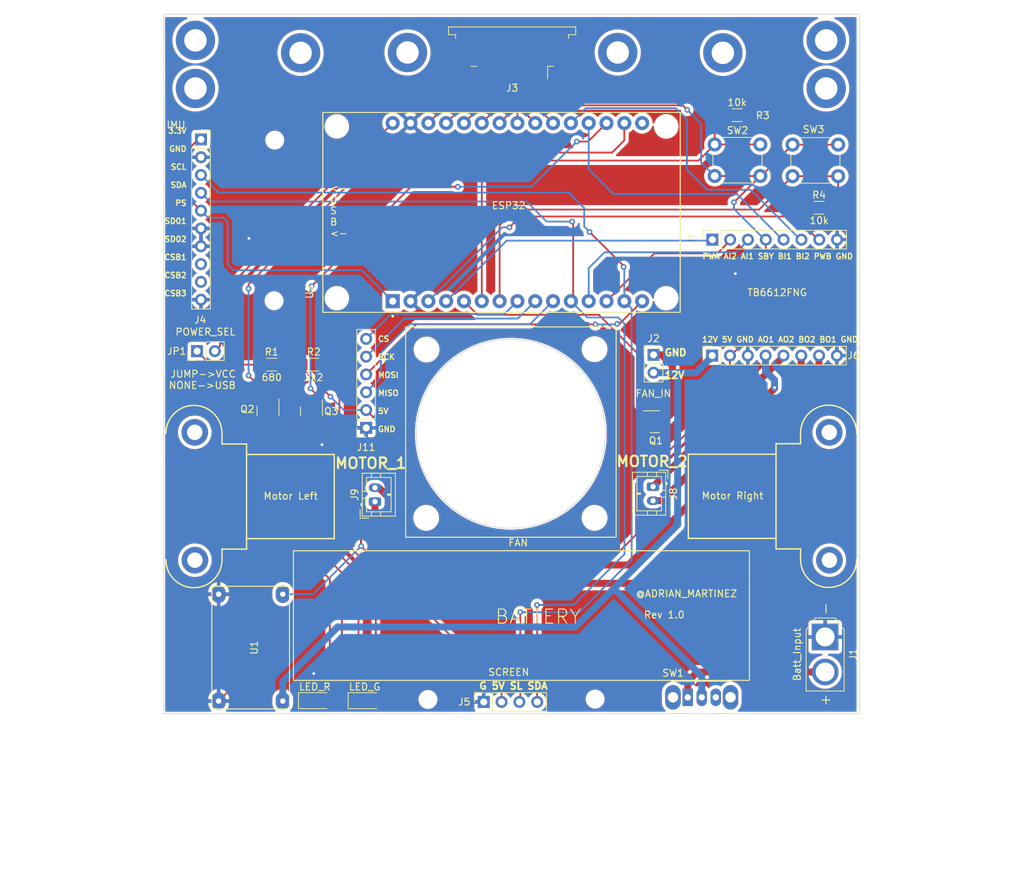
<source format=kicad_pcb>
(kicad_pcb (version 20221018) (generator pcbnew)
  (layers (0 "F.Cu" signal) (31 "B.Cu" signal) (34 "B.Paste" user) (35 "F.Paste" user) (36 "B.SilkS" user "B.Silkscreen") (37 "F.SilkS" user "F.Silkscreen") (38 "B.Mask" user) (39 "F.Mask" user) (44 "Edge.Cuts" user))
  (net 0 "")
  (net 1 "Net-(D1-K)")
  (net 2 "Net-(D1-A)")
  (net 3 "Net-(D2-K)")
  (net 4 "Net-(D2-A)")
  (net 5 "GND")
  (net 6 "Net-(J1-Pin_2)")
  (net 7 "Net-(J2-Pin_1)")
  (net 8 "+12V")
  (net 9 "SENSOR_1")
  (net 10 "SENSOR_2")
  (net 11 "SENSOR_3")
  (net 12 "SENSOR_4")
  (net 13 "SENSOR_5")
  (net 14 "SENSOR_6")
  (net 15 "+3.3V")
  (net 16 "I2C_SCL")
  (net 17 "I2C_SDA")
  (net 20 "Net-(J6-P4)")
  (net 21 "Net-(J6-P5)")
  (net 22 "Net-(J6-P6)")
  (net 23 "Net-(J6-P7)")
  (net 24 "MOTOR_1_PWM")
  (net 25 "MOTOR_1_DIR_2")
  (net 26 "MOTOR_1_DIR_1")
  (net 27 "MOTOR_2_DIR_1")
  (net 28 "MOTOR_2_DIR_2")
  (net 29 "MOTOR_2_PWM")
  (net 30 "SPI_MISO")
  (net 31 "SPI_MOSI")
  (net 32 "SPI_SCK")
  (net 33 "SPI_CS")
  (net 34 "Net-(JP1-B)")
  (net 35 "FAN")
  (net 36 "LED_R")
  (net 37 "LED_G")
  (net 38 "BUTTON_1")
  (net 40 "SENSOR_7")
  (net 41 "SENSOR_8")
  (net 42 "+5V")
  (net 43 "BUTTON_2")
  (footprint "MountingHole:MountingHole_2.2mm_M2_DIN965_Pad" (layer "F.Cu") (at 99.2378 120.1166)
    (fp_text reference "REF**")
    (fp_text value "M2")
  )
  (footprint "Connector_PinSocket_2.54mm:PinSocket_1x10_P2.54mm_Vertical" (layer "F.Cu") (at 100.101 60.101)
    (fp_text reference "J4")
    (fp_text value "IMU")
  )
  (footprint "Package_TO_SOT_SMD:SOT-23" (layer "F.Cu") (at 115.8494 98.9099 -90)
    (fp_text reference "Q3")
    (fp_text value "IRLML2502")
  )
  (footprint "MountingHole:MountingHole_3.2mm_M3" (layer "F.Cu") (at 132.207 114.0714)
    (fp_text reference "REF**")
    (fp_text value "MountingHole_3.2mm_M3" hide)
  )
  (footprint "MountingHole:MountingHole_3.2mm_M3_DIN965_Pad" (layer "F.Cu") (at 129.54 47.7012)
    (fp_text reference "REF**")
    (fp_text value "M3")
  )
  (footprint "MountingHole:MountingHole_3.2mm_M3" (layer "F.Cu") (at 156.21 114.0714)
    (fp_text reference "REF**")
    (fp_text value "MountingHole_3.2mm_M3" hide)
  )
  (footprint "MountingHole:MountingHole_3.2mm_M3_DIN965_Pad" (layer "F.Cu") (at 189.23 45.974)
    (fp_text reference "REF**")
    (fp_text value "M3")
  )
  (footprint "Connector_PinSocket_2.54mm:PinSocket_1x06_P2.54mm_Vertical" (layer "F.Cu") (at 123.6472 101.2444 180)
    (fp_text reference "J11")
    (fp_text value "SD_con")
  )
  (footprint "Resistor_SMD:R_1206_3216Metric_Pad1.30x1.75mm_HandSolder" (layer "F.Cu") (at 116.1796 92.2274)
    (fp_text reference "R2")
    (fp_text value "2k2")
  )
  (footprint "MountingHole:MountingHole_3.2mm_M3" (layer "F.Cu") (at 156.21 90.0176)
    (fp_text reference "REF**")
    (fp_text value "MountingHole_3.2mm_M3" hide)
  )
  (footprint "MountingHole:MountingHole_2.2mm_M2_DIN965_Pad" (layer "F.Cu") (at 189.6618 101.8794)
    (fp_text reference "REF**")
    (fp_text value "M2")
  )
  (footprint "MountingHole:MountingHole_2.2mm_M2_DIN965_Pad" (layer "F.Cu") (at 99.2124 101.8794)
    (fp_text reference "REF**")
    (fp_text value "M2")
  )
  (footprint "Diode_SMD:D_1206_3216Metric_Pad1.42x1.75mm_HandSolder" (layer "F.Cu") (at 123.5456 140.1572)
    (fp_text reference "D2" hide)
    (fp_text value "LED_G")
  )
  (footprint "Package_TO_SOT_SMD:SOT-23" (layer "F.Cu") (at 164.8183 100.3706)
    (fp_text reference "Q1")
    (fp_text value "IRLML2502")
  )
  (footprint "MountingHole:MountingHole_2.2mm_M2_DIN965_Pad" (layer "F.Cu") (at 189.6872 120.1166)
    (fp_text reference "REF**")
    (fp_text value "M2")
  )
  (footprint "Button_Switch_THT:SW_CuK_OS102011MA1QN1_SPDT_Angled" (layer "F.Cu") (at 169.486 139.6746)
    (fp_text reference "SW1")
    (fp_text value "Switch")
  )
  (footprint "Resistor_SMD:R_1206_3216Metric_Pad1.30x1.75mm_HandSolder" (layer "F.Cu") (at 176.53 56.642 180)
    (fp_text reference "R3")
    (fp_text value "10k")
  )
  (footprint "MountingHole:MountingHole_2.2mm_M2_DIN965" (layer "F.Cu") (at 110.515 83.1134)
    (fp_text reference "REF**")
    (fp_text value "M2")
  )
  (footprint "Connector_JST:JST_PH_B2B-PH-K_1x02_P2.00mm_Vertical" (layer "F.Cu") (at 164.5412 109.633 -90)
    (fp_text reference "J8")
    (fp_text value "Motor_1")
  )
  (footprint "Connector_PinSocket_2.54mm:PinSocket_1x08_P2.54mm_Vertical" (layer "F.Cu") (at 172.974 90.932 90)
    (fp_text reference "J6")
    (fp_text value "TB6612FNG_A")
  )
  (footprint "ESP32-DEVKIT-V1:MODULE_ESP32_DEVKIT_V1" (layer "F.Cu") (at 142.9458 70.4732 90)
    (fp_text reference "U2")
    (fp_text value "ESP32-DEVKIT-V1")
  )
  (footprint "MountingHole:MountingHole_3.2mm_M3_DIN965_Pad" (layer "F.Cu") (at 114.3 47.752)
    (fp_text reference "REF**")
    (fp_text value "M3")
  )
  (footprint "MountingHole:MountingHole_2.2mm_M2_DIN965" (layer "F.Cu") (at 156.2862 139.9286)
    (fp_text reference "REF**")
    (fp_text value "M2")
  )
  (footprint "MountingHole:MountingHole_3.2mm_M3_DIN965_Pad" (layer "F.Cu") (at 189.23 52.832)
    (fp_text reference "REF**")
    (fp_text value "M3")
  )
  (footprint "Diode_SMD:D_1206_3216Metric_Pad1.42x1.75mm_HandSolder" (layer "F.Cu") (at 116.459 140.1572)
    (fp_text reference "D1" hide)
    (fp_text value "LED_R")
  )
  (footprint "Connector_PinHeader_2.54mm:PinHeader_1x02_P2.54mm_Vertical" (layer "F.Cu") (at 99.5426 90.297 90)
    (fp_text reference "JP1")
    (fp_text value "POWER_SEL")
  )
  (footprint "MountingHole:MountingHole_2.2mm_M2_DIN965" (layer "F.Cu") (at 132.461 139.9794)
    (fp_text reference "REF**")
    (fp_text value "M2")
  )
  (footprint "Connector_PinSocket_2.54mm:PinSocket_1x08_P2.54mm_Vertical" (layer "F.Cu") (at 172.9994 74.3966 90)
    (fp_text reference "J7")
    (fp_text value "TB6612FNG_B")
  )
  (footprint "MountingHole:MountingHole_3.2mm_M3_DIN965_Pad" (layer "F.Cu") (at 99.314 45.974)
    (fp_text reference "REF**")
    (fp_text value "M3")
  )
  (footprint "Package_TO_SOT_SMD:SOT-23" (layer "F.Cu") (at 109.662 98.8037 -90)
    (fp_text reference "Q2")
    (fp_text value "IRLML2502")
  )
  (footprint "MountingHole:MountingHole_3.2mm_M3_DIN965_Pad" (layer "F.Cu") (at 159.512 47.7012)
    (fp_text reference "REF**")
    (fp_text value "M3")
  )
  (footprint "Connector_JST:JST_PH_B2B-PH-K_1x02_P2.00mm_Vertical" (layer "F.Cu") (at 124.9006 111.7694 90)
    (fp_text reference "J9")
    (fp_text value "Motor_2")
  )
  (footprint "Connector_FFC-FPC:TE_1-84952-0_1x10-1MP_P1.0mm_Horizontal" (layer "F.Cu") (at 144.4498 48.7638 180)
    (fp_text reference "J3")
    (fp_text value "Line_Sensors")
  )
  (footprint "Connector_PinHeader_2.54mm:PinHeader_1x02_P2.54mm_Vertical" (layer "F.Cu") (at 164.6174 90.8304)
    (fp_text reference "J2")
    (fp_text value "FAN_IN")
  )
  (footprint "Resistor_SMD:R_1206_3216Metric_Pad1.30x1.75mm_HandSolder" (layer "F.Cu") (at 188.214 69.85)
    (fp_text reference "R4")
    (fp_text value "10k")
  )
  (footprint "Connector_PinSocket_2.54mm:PinSocket_1x04_P2.54mm_Vertical" (layer "F.Cu") (at 140.4112 140.335 90)
    (fp_text reference "J5")
    (fp_text value "SCREEN")
  )
  (footprint "Button_Switch_THT:SW_PUSH_6mm" (layer "F.Cu") (at 173.3308 60.8182)
    (fp_text reference "SW2")
    (fp_text value "Button 1")
  )
  (footprint "Button_Switch_THT:SW_PUSH_6mm" (layer "F.Cu") (at 190.9306 65.3436 180)
    (fp_text reference "SW3")
    (fp_text value "Button 2")
  )
  (footprint "MountingHole:MountingHole_3.2mm_M3_DIN965_Pad" (layer "F.Cu") (at 174.498 47.752)
    (fp_text reference "REF**")
    (fp_text value "M3")
  )
  (footprint "Mini360_step-down:Mini360_step-down" (layer "F.Cu") (at 107.19 132.588 90)
    (fp_text reference "U1")
    (fp_text value "Mini360")
  )
  (footprint "MountingHole:MountingHole_3.2mm_M3" (layer "F.Cu") (at 132.2578 90.0684)
    (fp_text reference "REF**")
    (fp_text value "MountingHole_3.2mm_M3" hide)
  )
  (footprint "MountingHole:MountingHole_2.2mm_M2_DIN965" (layer "F.Cu") (at 110.617 60.198)
    (fp_text reference "REF**")
    (fp_text value "M2")
  )
  (footprint "Connector_AMASS:AMASS_XT30U-M_1x02_P5.0mm_Vertical" (layer "F.Cu") (at 189.0776 131.064 -90)
    (fp_text reference "J1")
    (fp_text value "Batt_Input")
  )
  (footprint "MountingHole:MountingHole_3.2mm_M3_DIN965_Pad" (layer "F.Cu") (at 99.314 52.832)
    (fp_text reference "REF**")
    (fp_text value "M3")
  )
  (footprint "Resistor_SMD:R_1206_3216Metric_Pad1.30x1.75mm_HandSolder" (layer "F.Cu") (at 110.1852 92.2274)
    (fp_text reference "R1")
    (fp_text value "680")
  )
  (gr_line (start 169.5734 105.0064) (end 169.5734 117.0064) (stroke (width 0.2)) (layer "F.SilkS"))
  (gr_line (start 103.0976 118.5404) (end 103.0976 120.0404) (stroke (width 0.2)) (layer "F.SilkS"))
  (gr_arc (start 103.0976 120.0404) (mid 99.0976 124.0404) (end 95.0976 120.0404) (stroke (width 0.2)) (layer "F.SilkS"))
  (gr_line (start 106.5976 118.5404) (end 103.0976 118.5404) (stroke (width 0.2)) (layer "F.SilkS"))
  (gr_line (start 169.5734 117.0064) (end 182.0734 117.0064) (stroke (width 0.2)) (layer "F.SilkS"))
  (gr_line (start 182.0734 118.5064) (end 182.0734 103.5064) (stroke (width 0.2)) (layer "F.SilkS"))
  (gr_line (start 103.0976 102.0404) (end 103.0976 103.5404) (stroke (width 0.2)) (layer "F.SilkS"))
  (gr_line (start 119.0976 117.0404) (end 119.0976 105.0404) (stroke (width 0.2)) (layer "F.SilkS"))
  (gr_line (start 106.5976 117.0404) (end 119.0976 117.0404) (stroke (width 0.2)) (layer "F.SilkS"))
  (gr_line (start 182.0734 103.5064) (end 185.5734 103.5064) (stroke (width 0.2)) (layer "F.SilkS"))
  (gr_line (start 185.5734 103.5064) (end 185.5734 102.0064) (stroke (width 0.2)) (layer "F.SilkS"))
  (gr_rect (start 113.284 118.7703) (end 178.284 137.2617) (stroke (width 0.15)) (fill none) (layer "F.SilkS"))
  (gr_arc (start 185.5734 102.0064) (mid 189.5734 98.0064) (end 193.5734 102.0064) (stroke (width 0.2)) (layer "F.SilkS"))
  (gr_rect (start 129.2834 86.8426) (end 159.2834 116.8426) (stroke (width 0.15)) (fill none) (layer "F.SilkS"))
  (gr_line (start 185.5734 120.0064) (end 185.5734 118.5064) (stroke (width 0.2)) (layer "F.SilkS"))
  (gr_line (start 119.0976 105.0404) (end 106.5976 105.0404) (stroke (width 0.2)) (layer "F.SilkS"))
  (gr_line (start 185.5734 118.5064) (end 182.0734 118.5064) (stroke (width 0.2)) (layer "F.SilkS"))
  (gr_arc (start 95.0976 102.0404) (mid 99.0976 98.0404) (end 103.0976 102.0404) (stroke (width 0.2)) (layer "F.SilkS"))
  (gr_arc (start 193.5734 120.0064) (mid 189.5734 124.0064) (end 185.5734 120.0064) (stroke (width 0.2)) (layer "F.SilkS"))
  (gr_line (start 106.5976 103.5404) (end 106.5976 118.5404) (stroke (width 0.2)) (layer "F.SilkS"))
  (gr_line (start 182.0734 105.0064) (end 169.5734 105.0064) (stroke (width 0.2)) (layer "F.SilkS"))
  (gr_line (start 103.0976 103.5404) (end 106.5976 103.5404) (stroke (width 0.2)) (layer "F.SilkS"))
  (gr_rect (start 94.78 42.24) (end 194 142) (stroke (width 0.1)) (fill none) (layer "Edge.Cuts"))
  (gr_circle (center 144.274488 102.0826) (end 154.1856 92.9386) (stroke (width 0.1)) (fill none) (layer "Edge.Cuts"))
  (gr_text "3.3V\n\nGND\n\nSCL\n\nSDA\n\nPS\n\nSD01\n\nSD02\n\nCSB1\n\nCSB2\n\nCSB3" (at 98.1456 82.5246) (layer "F.SilkS") (effects (font (size 0.8 0.8) (thickness 0.175) bold) (justify right bottom)))
  (gr_text "12V 5V GND AO1 AO2 BO2 BO1 GND" (at 171.45 89.1032) (layer "F.SilkS") (effects (font (size 0.8 0.8) (thickness 0.175) bold) (justify left bottom)))
  (gr_text "JUMP->VCC\nNONE->USB" (at 105.156 95.758) (layer "F.SilkS") (effects (font (size 1 1)) (justify right bottom)))
  (gr_text "ESP32" (at 141.478 70.1294) (layer "F.SilkS") (effects (font (size 1 1)) (justify left bottom)))
  (gr_text "FAN" (at 143.8402 118.2116) (layer "F.SilkS") (effects (font (size 1 1)) (justify left bottom)))
  (gr_text "@ADRIAN_MARTINEZ" (at 162.0012 125.476) (layer "F.SilkS") (effects (font (size 1 1)) (justify left bottom)))
  (gr_text "PWA AI2 AI1 SBY BI1 BI2 PWB GND" (at 171.5008 77.2414) (layer "F.SilkS") (effects (font (size 0.8 0.8) (thickness 0.175) bold) (justify left bottom)))
  (gr_text "CS\n\nSCK\n\nMOSI\n\nMISO\n\n5V\n\nGND" (at 125.2474 101.9048) (layer "F.SilkS") (effects (font (size 0.8 0.8) (thickness 0.175) bold) (justify left bottom)))
  (gr_text "MOTOR_2" (at 159.1818 106.9086) (layer "F.SilkS") (effects (font (size 1.5 1.5) (thickness 0.3) bold) (justify left bottom)))
  (gr_text "BATTERY" (at 141.9352 129.3367) (layer "F.SilkS") (effects (font (size 2 2)) (justify left bottom)))
  (gr_text "Rev 1.0" (at 163.1696 128.4986) (layer "F.SilkS") (effects (font (size 1 1)) (justify left bottom)))
  (gr_text "G 5V SL SDA" (at 139.6492 138.6332) (layer "F.SilkS") (effects (font (size 1 1) (thickness 0.25) bold) (justify left bottom)))
  (gr_text "GND\n\n12V" (at 166.0652 94.3102) (layer "F.SilkS") (effects (font (size 1 1) (thickness 0.25) bold) (justify left bottom)))
  (gr_text "Motor Left" (at 108.9376 111.5484) (layer "F.SilkS") (effects (font (size 1 1)) (justify left bottom)))
  (gr_text "MOTOR_1" (at 119.0752 107.1626) (layer "F.SilkS") (effects (font (size 1.5 1.5) (thickness 0.3) bold) (justify left bottom)))
  (gr_text "Motor Right" (at 171.4054 111.5144) (layer "F.SilkS") (effects (font (size 1 1)) (justify left bottom)))
  (gr_text "TB6612FNG" (at 177.9016 82.5246) (layer "F.SilkS") (effects (font (size 1 1)) (justify left bottom)))
  (gr_text "<-\nU\nS\nB\n<-" (at 118.4148 74.0664) (layer "F.SilkS") (effects (font (size 1 1)) (justify left bottom)))
  (segment (start 118.4656 136.6631) (end 118.4656 122.809) (width 0.25) (layer "F.Cu") (net 1))
  (segment (start 114.9715 140.1572) (end 118.4656 136.6631) (width 0.25) (layer "F.Cu") (net 1))
  (segment (start 118.4656 122.809) (end 109.662 114.0054) (width 0.25) (layer "F.Cu") (net 1))
  (segment (start 109.662 114.0054) (end 109.662 99.7412) (width 0.25) (layer "F.Cu") (net 1))
  (segment (start 120.1928 121.92) (end 113.7666 115.4938) (width 0.25) (layer "F.Cu") (net 2))
  (segment (start 113.7666 115.4938) (end 113.7666 94.2588) (width 0.25) (layer "F.Cu") (net 2))
  (segment (start 120.1928 137.9109) (end 120.1928 121.92) (width 0.25) (layer "F.Cu") (net 2))
  (segment (start 117.9465 140.1572) (end 120.1928 137.9109) (width 0.25) (layer "F.Cu") (net 2))
  (segment (start 113.7666 94.2588) (end 111.7352 92.2274) (width 0.25) (layer "F.Cu") (net 2))
  (segment (start 122.555 139.6603) (end 122.555 122.047) (width 0.25) (layer "F.Cu") (net 3))
  (segment (start 122.555 122.047) (end 114.8994 114.3914) (width 0.25) (layer "F.Cu") (net 3))
  (segment (start 114.8994 114.3914) (end 114.8994 97.9724) (width 0.25) (layer "F.Cu") (net 3))
  (segment (start 122.0581 140.1572) (end 122.555 139.6603) (width 0.25) (layer "F.Cu") (net 3))
  (segment (start 125.0331 140.1572) (end 125.0331 121.9343) (width 0.25) (layer "F.Cu") (net 4))
  (segment (start 119.8372 116.7384) (end 119.8372 94.335) (width 0.25) (layer "F.Cu") (net 4))
  (segment (start 125.0331 121.9343) (end 119.8372 116.7384) (width 0.25) (layer "F.Cu") (net 4))
  (segment (start 119.8372 94.335) (end 117.7296 92.2274) (width 0.25) (layer "F.Cu") (net 4))
  (segment (start 106.934 74.2188) (end 106.9594 74.1934) (width 0.25) (layer "F.Cu") (net 5))
  (segment (start 106.9594 74.1934) (end 106.9848 74.1934) (width 0.25) (layer "F.Cu") (net 5))
  (segment (start 106.9848 74.1934) (end 107.0102 74.2188) (width 0.25) (layer "F.Cu") (net 5))
  (segment (start 106.5316 136.2964) (end 116.1796 136.2964) (width 0.25) (layer "F.Cu") (net 5))
  (segment (start 102.62 140.208) (end 106.5316 136.2964) (width 0.25) (layer "F.Cu") (net 5))
  (segment (start 106.9086 74.1934) (end 106.934 74.2188) (width 0.25) (layer "F.Cu") (net 5))
  (via (at 176.276 79.248) (size 0.8) (drill 0.4) (layers "F.Cu" "B.Cu") (net 5))
  (via (at 106.934 74.2188) (size 0.8) (drill 0.4) (layers "F.Cu" "B.Cu") (net 5))
  (via (at 116.1796 136.2964) (size 0.8) (drill 0.4) (layers "F.Cu" "B.Cu") (net 5))
  (via (at 117.348 103.632) (size 0.8) (drill 0.4) (layers "F.Cu" "B.Cu") (net 5))
  (segment (start 102.62 140.208) (end 102.7176 140.208) (width 0.25) (layer "B.Cu") (net 5))
  (segment (start 140.4112 139.6492) (end 140.4112 140.335) (width 0.25) (layer "B.Cu") (net 5))
  (segment (start 189.0776 136.064) (end 170.8466 136.064) (width 1) (layer "F.Cu") (net 6))
  (segment (start 169.486 137.4246) (end 169.486 139.6746) (width 1) (layer "F.Cu") (net 6))
  (segment (start 170.8466 136.064) (end 169.486 137.4246) (width 1) (layer "F.Cu") (net 6))
  (segment (start 188.929 135.9154) (end 189.0776 136.064) (width 1) (layer "B.Cu") (net 6))
  (segment (start 165.7558 100.3706) (end 165.8112 100.3152) (width 0.25) (layer "F.Cu") (net 7))
  (segment (start 167.3098 99.0346) (end 167.3098 92.3798) (width 1) (layer "F.Cu") (net 7))
  (segment (start 165.8112 100.3152) (end 166.0292 100.3152) (width 0.25) (layer "F.Cu") (net 7))
  (segment (start 166.0292 100.3152) (end 167.3098 99.0346) (width 1) (layer "F.Cu") (net 7))
  (segment (start 167.3098 92.3798) (end 165.7604 90.8304) (width 1) (layer "F.Cu") (net 7))
  (segment (start 165.7604 90.8304) (end 164.6174 90.8304) (width 1) (layer "F.Cu") (net 7))
  (segment (start 168.0464 115.068235) (end 168.0464 93.5482) (width 1) (layer "B.Cu") (net 8))
  (segment (start 168.0464 93.5482) (end 168.2242 93.3704) (width 1) (layer "B.Cu") (net 8))
  (segment (start 168.2242 93.3704) (end 170.657828 93.3704) (width 1) (layer "B.Cu") (net 8))
  (segment (start 111.76 137.4648) (end 119.5832 129.6416) (width 1) (layer "B.Cu") (net 8))
  (segment (start 170.657828 93.3704) (end 172.958914 91.069314) (width 1) (layer "B.Cu") (net 8))
  (segment (start 119.5832 129.6416) (end 153.473035 129.6416) (width 1) (layer "B.Cu") (net 8))
  (segment (start 111.76 140.208) (end 111.76 137.4648) (width 1) (layer "B.Cu") (net 8))
  (segment (start 164.6174 93.3704) (end 168.2242 93.3704) (width 1) (layer "B.Cu") (net 8))
  (segment (start 171.486 136.688) (end 158.956317 124.158317) (width 1) (layer "B.Cu") (net 8))
  (segment (start 171.486 139.6746) (end 171.486 136.688) (width 1) (layer "B.Cu") (net 8))
  (segment (start 153.473035 129.6416) (end 158.956317 124.158317) (width 1) (layer "B.Cu") (net 8))
  (segment (start 158.956317 124.158317) (end 168.0464 115.068235) (width 1) (layer "B.Cu") (net 8))
  (segment (start 146.9498 54.4322) (end 146.9498 50.5638) (width 0.25) (layer "F.Cu") (net 9))
  (segment (start 150.2908 57.7732) (end 146.9498 54.4322) (width 0.25) (layer "F.Cu") (net 9))
  (segment (start 147.7508 57.7732) (end 145.9498 55.9722) (width 0.25) (layer "F.Cu") (net 10))
  (segment (start 145.9498 55.9722) (end 145.9498 50.5638) (width 0.25) (layer "F.Cu") (net 10))
  (segment (start 145.2108 57.7732) (end 145.2108 50.8248) (width 0.25) (layer "F.Cu") (net 11))
  (segment (start 145.2108 50.8248) (end 144.9498 50.5638) (width 0.25) (layer "F.Cu") (net 11))
  (segment (start 143.9498 56.4942) (end 143.9498 50.5638) (width 0.25) (layer "F.Cu") (net 12))
  (segment (start 142.6708 57.7732) (end 143.9498 56.4942) (width 0.25) (layer "F.Cu") (net 12))
  (segment (start 140.1308 57.7732) (end 142.9498 54.9542) (width 0.25) (layer "F.Cu") (net 13))
  (segment (start 142.9498 54.9542) (end 142.9498 50.5638) (width 0.25) (layer "F.Cu") (net 13))
  (segment (start 141.9498 53.4142) (end 141.9498 50.5638) (width 0.25) (layer "F.Cu") (net 14))
  (segment (start 137.5908 57.7732) (end 141.9498 53.4142) (width 0.25) (layer "F.Cu") (net 14))
  (segment (start 100.101 60.101) (end 99.6904 60.101) (width 0.25) (layer "F.Cu") (net 15))
  (segment (start 99.6904 60.101) (end 97.5106 62.2808) (width 0.25) (layer "F.Cu") (net 15))
  (segment (start 97.5106 62.2808) (end 97.5106 67.6706) (width 0.25) (layer "F.Cu") (net 15))
  (segment (start 97.5106 67.6706) (end 100.101 70.261) (width 0.25) (layer "F.Cu") (net 15))
  (segment (start 101.1124 71.2724) (end 100.101 70.261) (width 0.25) (layer "B.Cu") (net 15))
  (segment (start 104.7496 78.7654) (end 103.9114 77.9272) (width 0.25) (layer "B.Cu") (net 15))
  (segment (start 127.4308 83.1732) (end 123.023 78.7654) (width 0.25) (layer "B.Cu") (net 15))
  (segment (start 123.023 78.7654) (end 104.7496 78.7654) (width 0.25) (layer "B.Cu") (net 15))
  (segment (start 103.9114 77.9272) (end 103.9114 71.8566) (width 0.25) (layer "B.Cu") (net 15))
  (segment (start 103.3272 71.2724) (end 101.1124 71.2724) (width 0.25) (layer "B.Cu") (net 15))
  (segment (start 103.9114 71.8566) (end 103.3272 71.2724) (width 0.25) (layer "B.Cu") (net 15))
  (segment (start 145.6182 140.208) (end 145.4912 140.335) (width 0.25) (layer "F.Cu") (net 16))
  (segment (start 145.6182 127.5334) (end 145.6182 140.208) (width 0.25) (layer "F.Cu") (net 16))
  (segment (start 155.4988 73.3044) (end 160.3502 78.1558) (width 0.25) (layer "F.Cu") (net 16))
  (segment (start 160.3502 78.1558) (end 160.3502 78.2828) (width 0.25) (layer "F.Cu") (net 16))
  (via (at 155.4988 73.3044) (size 0.8) (drill 0.4) (layers "F.Cu" "B.Cu") (net 16))
  (via (at 145.6182 127.5334) (size 0.8) (drill 0.4) (layers "F.Cu" "B.Cu") (net 16))
  (via (at 160.3502 78.2828) (size 0.8) (drill 0.4) (layers "F.Cu" "B.Cu") (net 16))
  (segment (start 152.7302 67.691) (end 102.611 67.691) (width 0.25) (layer "B.Cu") (net 16))
  (segment (start 155.4988 73.3044) (end 155.4988 73.282995) (width 0.25) (layer "B.Cu") (net 16))
  (segment (start 160.4508 78.3834) (end 160.4508 83.1732) (width 0.25) (layer "B.Cu") (net 16))
  (segment (start 152.7302 67.8942) (end 152.7302 67.691) (width 0.25) (layer "B.Cu") (net 16))
  (segment (start 155.4988 73.282995) (end 154.7368 72.520995) (width 0.25) (layer "B.Cu") (net 16))
  (segment (start 161.4932 120.0658) (end 161.4932 84.2156) (width 0.25) (layer "B.Cu") (net 16))
  (segment (start 160.3502 78.2828) (end 160.4508 78.3834) (width 0.25) (layer "B.Cu") (net 16))
  (segment (start 154.7368 72.520995) (end 154.7368 69.9008) (width 0.25) (layer "B.Cu") (net 16))
  (segment (start 154.0256 127.5334) (end 161.4932 120.0658) (width 0.25) (layer "B.Cu") (net 16))
  (segment (start 154.7368 69.9008) (end 152.7302 67.8942) (width 0.25) (layer "B.Cu") (net 16))
  (segment (start 145.6182 127.5334) (end 154.0256 127.5334) (width 0.25) (layer "B.Cu") (net 16))
  (segment (start 161.4932 84.2156) (end 160.4508 83.1732) (width 0.25) (layer "B.Cu") (net 16))
  (segment (start 102.611 67.691) (end 100.101 65.181) (width 0.25) (layer "B.Cu") (net 16))
  (segment (start 148.0312 126.5174) (end 148.0312 140.335) (width 0.25) (layer "F.Cu") (net 17))
  (segment (start 148.0058 126.492) (end 148.0312 126.5174) (width 0.25) (layer "F.Cu") (net 17))
  (segment (start 153.162 71.9715) (end 153.162 82.842) (width 0.25) (layer "F.Cu") (net 17))
  (segment (start 153.162 82.842) (end 152.8308 83.1732) (width 0.25) (layer "F.Cu") (net 17))
  (segment (start 153.0096 71.8191) (end 153.162 71.9715) (width 0.25) (layer "F.Cu") (net 17))
  (via (at 148.0058 126.492) (size 0.8) (drill 0.4) (layers "F.Cu" "B.Cu") (net 17))
  (via (at 153.0096 71.8191) (size 0.8) (drill 0.4) (layers "F.Cu" "B.Cu") (net 17))
  (segment (start 153.2382 126.492) (end 160.4772 119.253) (width 0.25) (layer "B.Cu") (net 17))
  (segment (start 149.3774 71.8191) (end 146.5193 68.961) (width 0.25) (layer "B.Cu") (net 17))
  (segment (start 146.5193 68.961) (end 101.341 68.961) (width 0.25) (layer "B.Cu") (net 17))
  (segment (start 160.4772 86.3854) (end 159.5882 85.4964) (width 0.25) (layer "B.Cu") (net 17))
  (segment (start 153.0096 71.8191) (end 149.3774 71.8191) (width 0.25) (layer "B.Cu") (net 17))
  (segment (start 159.5882 85.4964) (end 155.154 85.4964) (width 0.25) (layer "B.Cu") (net 17))
  (segment (start 101.341 68.961) (end 100.101 67.721) (width 0.25) (layer "B.Cu") (net 17))
  (segment (start 148.0058 126.492) (end 153.2382 126.492) (width 0.25) (layer "B.Cu") (net 17))
  (segment (start 160.4772 119.253) (end 160.4772 86.3854) (width 0.25) (layer "B.Cu") (net 17))
  (segment (start 155.154 85.4964) (end 152.8308 83.1732) (width 0.25) (layer "B.Cu") (net 17))
  (segment (start 165.8366 111.633) (end 181.0766 96.393) (width 1) (layer "F.Cu") (net 20))
  (segment (start 181.864 95.6056) (end 181.864 95.504) (width 1) (layer "F.Cu") (net 20))
  (segment (start 181.0766 96.393) (end 181.864 95.6056) (width 1) (layer "F.Cu") (net 20))
  (segment (start 164.5412 111.633) (end 165.8366 111.633) (width 1) (layer "F.Cu") (net 20))
  (via (at 181.864 95.504) (size 0.8) (drill 0.4) (layers "F.Cu" "B.Cu") (net 20))
  (segment (start 180.578914 93.126714) (end 180.578914 91.069314) (width 1) (layer "B.Cu") (net 20))
  (segment (start 181.864 94.4118) (end 180.578914 93.126714) (width 1) (layer "B.Cu") (net 20))
  (segment (start 181.864 95.504) (end 181.864 94.4118) (width 1) (layer "B.Cu") (net 20))
  (segment (start 164.5412 109.633) (end 164.555228 109.633) (width 0.25) (layer "F.Cu") (net 21))
  (segment (start 164.555228 109.633) (end 183.118914 91.069314) (width 1) (layer "F.Cu") (net 21))
  (segment (start 125.4412 109.7694) (end 127.0254 111.3536) (width 1) (layer "F.Cu") (net 22))
  (segment (start 127.0254 115.1128) (end 132.715 120.8024) (width 1) (layer "F.Cu") (net 22))
  (segment (start 132.715 120.8024) (end 161.036 120.8024) (width 1) (layer "F.Cu") (net 22))
  (segment (start 124.9006 109.7694) (end 125.4412 109.7694) (width 0.25) (layer "F.Cu") (net 22))
  (segment (start 185.658914 96.179486) (end 185.658914 91.069314) (width 1) (layer "F.Cu") (net 22))
  (segment (start 161.036 120.8024) (end 185.658914 96.179486) (width 1) (layer "F.Cu") (net 22))
  (segment (start 127.0254 111.3536) (end 127.0254 115.1128) (width 1) (layer "F.Cu") (net 22))
  (segment (start 124.9006 115.7566) (end 132.5626 123.4186) (width 1) (layer "F.Cu") (net 23))
  (segment (start 188.198914 97.220886) (end 188.198914 91.069314) (width 1) (layer "F.Cu") (net 23))
  (segment (start 124.9006 111.7694) (end 124.9006 115.7566) (width 1) (layer "F.Cu") (net 23))
  (segment (start 132.5626 123.4186) (end 162.0012 123.4186) (width 1) (layer "F.Cu") (net 23))
  (segment (start 162.0012 123.4186) (end 188.198914 97.220886) (width 1) (layer "F.Cu") (net 23))
  (segment (start 172.984314 74.533914) (end 143.690086 74.533914) (width 0.25) (layer "B.Cu") (net 24))
  (segment (start 143.690086 74.533914) (end 135.0508 83.1732) (width 0.25) (layer "B.Cu") (net 24))
  (segment (start 164.7316 76.3524) (end 157.9108 83.1732) (width 0.25) (layer "F.Cu") (net 25))
  (segment (start 173.705828 76.3524) (end 164.7316 76.3524) (width 0.25) (layer "F.Cu") (net 25))
  (segment (start 175.524314 74.533914) (end 173.705828 76.3524) (width 0.25) (layer "F.Cu") (net 25))
  (segment (start 178.064314 74.533914) (end 176.398228 76.2) (width 0.25) (layer "B.Cu") (net 26))
  (segment (start 157.6324 76.2) (end 155.3708 78.4616) (width 0.25) (layer "B.Cu") (net 26))
  (segment (start 176.398228 76.2) (end 157.6324 76.2) (width 0.25) (layer "B.Cu") (net 26))
  (segment (start 155.3708 78.4616) (end 155.3708 83.1732) (width 0.25) (layer "B.Cu") (net 26))
  (segment (start 155.3708 64.3372) (end 155.3708 57.7732) (width 0.25) (layer "B.Cu") (net 27))
  (segment (start 176.5046 67.8942) (end 183.144314 74.533914) (width 0.25) (layer "B.Cu") (net 27))
  (segment (start 176.5046 67.8942) (end 158.9278 67.8942) (width 0.25) (layer "B.Cu") (net 27))
  (segment (start 158.9278 67.8942) (end 155.3708 64.3372) (width 0.25) (layer "B.Cu") (net 27))
  (segment (start 169.3672 57.2516) (end 167.767 55.6514) (width 0.25) (layer "B.Cu") (net 28))
  (segment (start 172.2628 67.2846) (end 169.3672 64.389) (width 0.25) (layer "B.Cu") (net 28))
  (segment (start 154.9526 55.6514) (end 152.8308 57.7732) (width 0.25) (layer "B.Cu") (net 28))
  (segment (start 185.684314 74.533914) (end 178.435 67.2846) (width 0.25) (layer "B.Cu") (net 28))
  (segment (start 178.435 67.2846) (end 172.2628 67.2846) (width 0.25) (layer "B.Cu") (net 28))
  (segment (start 167.767 55.6514) (end 154.9526 55.6514) (width 0.25) (layer "B.Cu") (net 28))
  (segment (start 169.3672 64.389) (end 169.3672 57.2516) (width 0.25) (layer "B.Cu") (net 28))
  (segment (start 145.6182 71.0946) (end 144.0688 72.644) (width 0.25) (layer "F.Cu") (net 29))
  (segment (start 184.785 71.0946) (end 145.6182 71.0946) (width 0.25) (layer "F.Cu") (net 29))
  (segment (start 188.224314 74.533914) (end 184.785 71.0946) (width 0.25) (layer "F.Cu") (net 29))
  (via (at 144.0688 72.644) (size 0.8) (drill 0.4) (layers "F.Cu" "B.Cu") (net 29))
  (segment (start 144.0688 72.644) (end 143.04 72.644) (width 0.25) (layer "B.Cu") (net 29))
  (segment (start 143.04 72.644) (end 132.5108 83.1732) (width 0.25) (layer "B.Cu") (net 29))
  (segment (start 123.6472 96.1644) (end 125.7554 94.0562) (width 0.25) (layer "B.Cu") (net 30))
  (segment (start 125.7554 94.0562) (end 125.7554 90.5256) (width 0.25) (layer "B.Cu") (net 30))
  (segment (start 129.8448 86.4362) (end 147.0278 86.4362) (width 0.25) (layer "B.Cu") (net 30))
  (segment (start 125.7554 90.5256) (end 129.8448 86.4362) (width 0.25) (layer "B.Cu") (net 30))
  (segment (start 147.0278 86.4362) (end 150.2908 83.1732) (width 0.25) (layer "B.Cu") (net 30))
  (segment (start 130.7846 86.487) (end 156.337 86.487) (width 0.25) (layer "F.Cu") (net 31))
  (segment (start 159.7532 86.4108) (end 162.9908 83.1732) (width 0.25) (layer "F.Cu") (net 31))
  (segment (start 123.6472 93.6244) (end 130.7846 86.487) (width 0.25) (layer "F.Cu") (net 31))
  (segment (start 159.4358 86.4108) (end 159.7532 86.4108) (width 0.25) (layer "F.Cu") (net 31))
  (via (at 156.337 86.487) (size 0.8) (drill 0.4) (layers "F.Cu" "B.Cu") (net 31))
  (via (at 159.4358 86.4108) (size 0.8) (drill 0.4) (layers "F.Cu" "B.Cu") (net 31))
  (segment (start 156.337 86.487) (end 159.3596 86.487) (width 0.25) (layer "B.Cu") (net 31))
  (segment (start 159.3596 86.487) (end 159.4358 86.4108) (width 0.25) (layer "B.Cu") (net 31))
  (segment (start 145.2752 85.6488) (end 147.7508 83.1732) (width 0.25) (layer "B.Cu") (net 32))
  (segment (start 123.6472 91.0844) (end 129.0828 85.6488) (width 0.25) (layer "B.Cu") (net 32))
  (segment (start 129.0828 85.6488) (end 145.2752 85.6488) (width 0.25) (layer "B.Cu") (net 32))
  (segment (start 143.3702 85.0138) (end 145.2108 83.1732) (width 0.25) (layer "B.Cu") (net 33))
  (segment (start 123.6472 88.5444) (end 127.1778 85.0138) (width 0.25) (layer "B.Cu") (net 33))
  (segment (start 127.1778 85.0138) (end 143.3702 85.0138) (width 0.25) (layer "B.Cu") (net 33))
  (segment (start 122.72 62.484) (end 127.4308 57.7732) (width 0.25) (layer "F.Cu") (net 34))
  (segment (start 102.8192 89.5604) (end 102.8192 82.3468) (width 0.25) (layer "F.Cu") (net 34))
  (segment (start 122.682 62.484) (end 122.72 62.484) (width 0.25) (layer "F.Cu") (net 34))
  (segment (start 102.0826 90.297) (end 102.8192 89.5604) (width 0.25) (layer "F.Cu") (net 34))
  (segment (start 102.8192 82.3468) (end 122.682 62.484) (width 0.25) (layer "F.Cu") (net 34))
  (segment (start 162.5346 90.8304) (end 156.8196 85.1154) (width 0.25) (layer "F.Cu") (net 35))
  (segment (start 162.5346 98.0744) (end 162.5346 90.8304) (width 0.25) (layer "F.Cu") (net 35))
  (segment (start 163.8808 99.4206) (end 162.5346 98.0744) (width 0.25) (layer "F.Cu") (net 35))
  (segment (start 139.533 85.1154) (end 137.5908 83.1732) (width 0.25) (layer "F.Cu") (net 35))
  (segment (start 156.8196 85.1154) (end 139.533 85.1154) (width 0.25) (layer "F.Cu") (net 35))
  (segment (start 110.612 97.8662) (end 110.612 97.5056) (width 0.25) (layer "F.Cu") (net 36))
  (segment (start 106.8832 81.3816) (end 106.8832 80.772) (width 0.25) (layer "F.Cu") (net 36))
  (segment (start 160.4508 60.2244) (end 160.4508 57.7732) (width 0.25) (layer "F.Cu") (net 36))
  (segment (start 125.6792 61.976) (end 158.6992 61.976) (width 0.25) (layer "F.Cu") (net 36))
  (segment (start 106.8832 80.772) (end 125.6792 61.976) (width 0.25) (layer "F.Cu") (net 36))
  (segment (start 110.612 97.5056) (end 106.8832 93.7768) (width 0.25) (layer "F.Cu") (net 36))
  (segment (start 158.6992 61.976) (end 160.4508 60.2244) (width 0.25) (layer "F.Cu") (net 36))
  (via (at 106.8832 93.7768) (size 0.8) (drill 0.4) (layers "F.Cu" "B.Cu") (net 36))
  (via (at 106.8832 81.3816) (size 0.8) (drill 0.4) (layers "F.Cu" "B.Cu") (net 36))
  (segment (start 106.8832 93.7768) (end 106.8832 81.3816) (width 0.25) (layer "B.Cu") (net 36))
  (segment (start 116.7994 96.708) (end 115.7224 95.631) (width 0.25) (layer "F.Cu") (net 37))
  (segment (start 155.2828 60.4012) (end 157.9108 57.7732) (width 0.25) (layer "F.Cu") (net 37))
  (segment (start 130.048 66.8528) (end 136.7028 66.8528) (width 0.25) (layer "F.Cu") (net 37))
  (segment (start 116.7994 97.9724) (end 116.7994 96.708) (width 0.25) (layer "F.Cu") (net 37))
  (segment (start 115.8748 81.026) (end 130.048 66.8528) (width 0.25) (layer "F.Cu") (net 37))
  (segment (start 153.67 60.4012) (end 155.2828 60.4012) (width 0.25) (layer "F.Cu") (net 37))
  (via (at 115.8748 81.026) (size 0.8) (drill 0.4) (layers "F.Cu" "B.Cu") (net 37))
  (via (at 153.67 60.4012) (size 0.8) (drill 0.4) (layers "F.Cu" "B.Cu") (net 37))
  (via (at 115.7224 95.631) (size 0.8) (drill 0.4) (layers "F.Cu" "B.Cu") (net 37))
  (via (at 136.7028 66.8528) (size 0.8) (drill 0.4) (layers "F.Cu" "B.Cu") (net 37))
  (segment (start 115.7224 81.1784) (end 115.8748 81.026) (width 0.25) (layer "B.Cu") (net 37))
  (segment (start 115.7224 95.631) (end 115.7224 81.1784) (width 0.25) (layer "B.Cu") (net 37))
  (segment (start 147.2184 66.8528) (end 153.67 60.4012) (width 0.25) (layer "B.Cu") (net 37))
  (segment (start 136.7028 66.8528) (end 147.2184 66.8528) (width 0.25) (layer "B.Cu") (net 37))
  (segment (start 173.3308 60.8182) (end 173.3308 58.2912) (width 0.25) (layer "F.Cu") (net 38))
  (segment (start 173.3308 60.8182) (end 171.03 63.119) (width 0.25) (layer "F.Cu") (net 38))
  (segment (start 173.3308 58.2912) (end 174.98 56.642) (width 0.25) (layer "F.Cu") (net 38))
  (segment (start 140.1308 64.8472) (end 140.1308 83.1732) (width 0.25) (layer "F.Cu") (net 38))
  (segment (start 179.8308 60.8182) (end 173.3308 60.8182) (width 0.25) (layer "F.Cu") (net 38))
  (segment (start 141.859 63.119) (end 140.1308 64.8472) (width 0.25) (layer "F.Cu") (net 38))
  (segment (start 171.03 63.119) (end 141.859 63.119) (width 0.25) (layer "F.Cu") (net 38))
  (segment (start 140.9498 51.8742) (end 140.9498 50.5638) (width 0.25) (layer "F.Cu") (net 40))
  (segment (start 135.0508 57.7732) (end 140.9498 51.8742) (width 0.25) (layer "F.Cu") (net 40))
  (segment (start 139.7202 50.5638) (end 139.9498 50.5638) (width 0.25) (layer "F.Cu") (net 41))
  (segment (start 132.5108 57.7732) (end 139.7202 50.5638) (width 0.25) (layer "F.Cu") (net 41))
  (segment (start 175.498914 95.849286) (end 175.498914 91.069314) (width 0.25) (layer "F.Cu") (net 42))
  (segment (start 180.604314 74.533914) (end 180.604314 85.963914) (width 0.25) (layer "F.Cu") (net 42))
  (segment (start 99.5426 90.297) (end 101.473 92.2274) (width 0.25) (layer "F.Cu") (net 42))
  (segment (start 184.4306 60.8436) (end 179.956 65.3182) (width 0.25) (layer "F.Cu") (net 42))
  (segment (start 125.7046 100.7618) (end 125.7046 106.1974) (width 0.25) (layer "F.Cu") (net 42))
  (segment (start 179.956 65.3182) (end 179.8308 65.3182) (width 0.25) (layer "F.Cu") (net 42))
  (segment (start 110.1338 90.7288) (end 113.131 90.7288) (width 0.25) (layer "F.Cu") (net 42))
  (segment (start 113.131 90.7288) (end 114.6296 92.2274) (width 0.25) (layer "F.Cu") (net 42))
  (segment (start 122.9106 118.0846) (end 122.9106 117.3988) (width 0.25) (layer "F.Cu") (net 42))
  (segment (start 118.5672 96.7994) (end 114.6296 92.8618) (width 0.25) (layer "F.Cu") (net 42))
  (segment (start 125.7046 106.1974) (end 122.9106 108.9914) (width 0.25) (layer "F.Cu") (net 42))
  (segment (start 108.6352 92.2274) (end 110.1338 90.7288) (width 0.25) (layer "F.Cu") (net 42))
  (segment (start 190.9306 60.8436) (end 184.4306 60.8436) (width 0.25) (layer "F.Cu") (net 42))
  (segment (start 179.8308 65.3182) (end 173.3308 65.3182) (width 0.25) (layer "F.Cu") (net 42))
  (segment (start 122.9106 108.9914) (end 122.9106 117.3988) (width 0.25) (layer "F.Cu") (net 42))
  (segment (start 147.9498 51.8138) (end 147.9498 50.5638) (width 0.25) (layer "F.Cu") (net 42))
  (segment (start 159.7406 118.872) (end 162.1282 116.4844) (width 0.25) (layer "F.Cu") (net 42))
  (segment (start 122.9106 117.3988) (end 122.9106 118.11) (width 0.25) (layer "F.Cu") (net 42))
  (segment (start 162.1282 109.22) (end 175.498914 95.849286) (width 0.25) (layer "F.Cu") (net 42))
  (segment (start 122.9106 118.11) (end 142.9512 138.1506) (width 0.25) (layer "F.Cu") (net 42))
  (segment (start 142.9512 138.1506) (end 142.9512 140.335) (width 0.25) (layer "F.Cu") (net 42))
  (segment (start 162.1282 116.4844) (end 162.1282 109.22) (width 0.25) (layer "F.Cu") (net 42))
  (segment (start 180.604314 85.963914) (end 175.498914 91.069314) (width 0.25) (layer "F.Cu") (net 42))
  (segment (start 168.783 55.245) (end 151.381 55.245) (width 0.25) (layer "F.Cu") (net 42))
  (segment (start 101.473 92.2274) (end 108.6352 92.2274) (width 0.25) (layer "F.Cu") (net 42))
  (segment (start 133.4516 118.872) (end 159.7406 118.872) (width 0.25) (layer "F.Cu") (net 42))
  (segment (start 151.381 55.245) (end 147.9498 51.8138) (width 0.25) (layer "F.Cu") (net 42))
  (segment (start 114.6296 92.8618) (end 114.6296 92.2274) (width 0.25) (layer "F.Cu") (net 42))
  (segment (start 128.7018 114.1222) (end 133.4516 118.872) (width 0.25) (layer "F.Cu") (net 42))
  (segment (start 125.7046 106.1974) (end 128.7018 109.1946) (width 0.25) (layer "F.Cu") (net 42))
  (segment (start 176.0728 69.0626) (end 176.0864 69.0626) (width 0.25) (layer "F.Cu") (net 42))
  (segment (start 169.418 55.88) (end 168.783 55.245) (width 0.25) (layer "F.Cu") (net 42))
  (segment (start 123.6472 98.7044) (end 125.7046 100.7618) (width 0.25) (layer "F.Cu") (net 42))
  (segment (start 128.7018 109.1946) (end 128.7018 114.1222) (width 0.25) (layer "F.Cu") (net 42))
  (segment (start 122.936 118.11) (end 122.9106 118.0846) (width 0.25) (layer "F.Cu") (net 42))
  (segment (start 176.0864 69.0626) (end 179.8308 65.3182) (width 0.25) (layer "F.Cu") (net 42))
  (via (at 176.0728 69.0626) (size 0.8) (drill 0.4) (layers "F.Cu" "B.Cu") (net 42))
  (via (at 122.936 118.11) (size 0.8) (drill 0.4) (layers "F.Cu" "B.Cu") (net 42))
  (via (at 169.418 55.88) (size 0.8) (drill 0.4) (layers "F.Cu" "B.Cu") (net 42))
  (via (at 118.5672 96.7994) (size 0.8) (drill 0.4) (layers "F.Cu" "B.Cu") (net 42))
  (segment (start 118.5672 96.7994) (end 120.4722 98.7044) (width 0.25) (layer "B.Cu") (net 42))
  (segment (start 171.3992 63.3866) (end 173.3308 65.3182) (width 0.25) (layer "B.Cu") (net 42))
  (segment (start 169.418 55.88) (end 171.3992 57.8612) (width 0.25) (layer "B.Cu") (net 42))
  (segment (start 180.604314 74.533914) (end 176.0728 70.0024) (width 0.25) (layer "B.Cu") (net 42))
  (segment (start 111.76 124.968) (end 116.078 124.968) (width 0.25) (layer "B.Cu") (net 42))
  (segment (start 120.4722 98.7044) (end 123.6472 98.7044) (width 0.25) (layer "B.Cu") (net 42))
  (segment (start 116.078 124.968) (end 122.936 118.11) (width 0.25) (layer "B.Cu") (net 42))
  (segment (start 171.3992 57.8612) (end 171.3992 63.3866) (width 0.25) (layer "B.Cu") (net 42))
  (segment (start 176.0728 70.0024) (end 176.0728 69.0626) (width 0.25) (layer "B.Cu") (net 42))
  (segment (start 144.907 70.104) (end 142.6708 72.3402) (width 0.25) (layer "F.Cu") (net 43))
  (segment (start 190.9306 65.3436) (end 184.4306 65.3436) (width 0.25) (layer "F.Cu") (net 43))
  (segment (start 190.9306 68.6834) (end 189.764 69.85) (width 0.25) (layer "F.Cu") (net 43))
  (segment (start 184.4306 65.3436) (end 179.6702 70.104) (width 0.25) (layer "F.Cu") (net 43))
  (segment (start 142.6708 72.3402) (end 142.6708 83.1732) (width 0.25) (layer "F.Cu") (net 43))
  (segment (start 190.9306 65.3436) (end 190.9306 68.6834) (width 0.25) (layer "F.Cu") (net 43))
  (segment (start 179.6702 70.104) (end 144.907 70.104) (width 0.25) (layer "F.Cu") (net 43))
  (zone (net 5) (net_name "GND") (layer "F.Cu") (connect_pads (clearance 0.5)) (min_thickness 0.25) (fill yes (thermal_gap 0.5) (thermal_bridge_width 0.5))
    (polygon (pts (xy 193.548 42.672) (xy 193.548 141.224) (xy 95.504 141.224) (xy 94.996 42.672)))
  )
  (zone (net 5) (net_name "GND") (layer "B.Cu") (priority 1) (connect_pads (clearance 0.5)) (min_thickness 0.25) (fill yes (thermal_gap 0.5) (thermal_bridge_width 0.5))
    (polygon (pts (xy 94.996 42.672) (xy 193.548 42.672) (xy 193.548 141.732) (xy 94.996 141.732)))
  )
)
</source>
